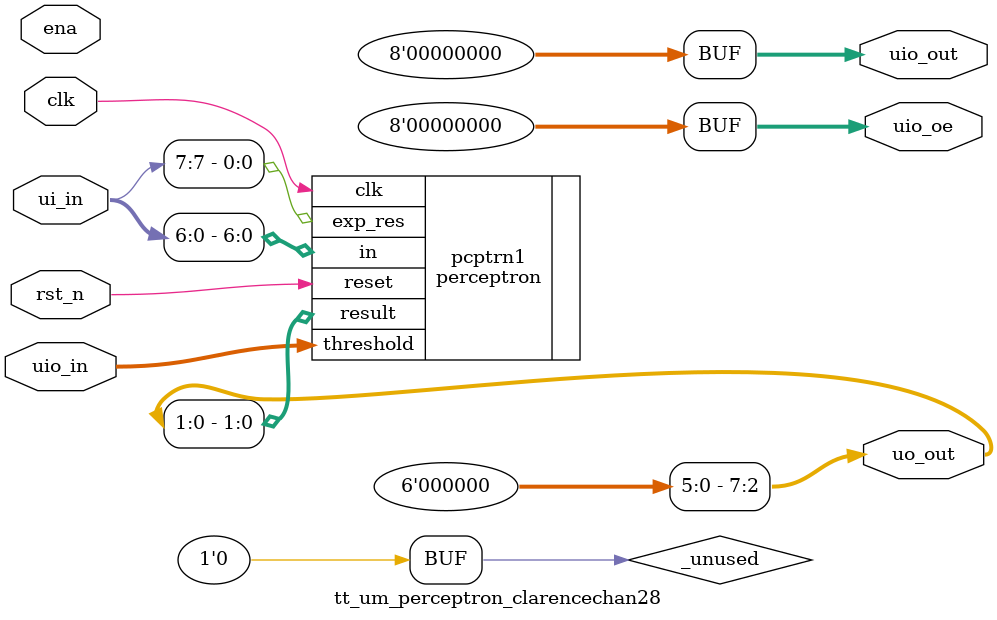
<source format=v>
/*
 * Copyright (c) 2024 Your Name
 * SPDX-License-Identifier: Apache-2.0
 */

`default_nettype none

module tt_um_perceptron_clarencechan28 (
    input  wire [7:0] ui_in,    // Dedicated inputs
    output wire [7:0] uo_out,   // Dedicated outputs
    input  wire [7:0] uio_in,   // IOs: Input path
    output wire [7:0] uio_out,  // IOs: Output path
    output wire [7:0] uio_oe,   // IOs: Enable path (active high: 0=input, 1=output)
    input  wire       ena,      // always 1 when the design is powered, so you can ignore it
    input  wire       clk,      // clock
    input  wire       rst_n     // reset_n - low to reset
);

  // All output pins must be assigned. If not used, assign to 0.
  assign uo_out[7:2] = 0;
  assign uio_out = 0;
  assign uio_oe  = 0;

  // List all unused inputs to prevent warnings
  wire _unused = &{ena, 1'b0};

  // instantiate perceptron network
  perceptron pcptrn1 (.in(ui_in[6:0]), .threshold(uio_in), .exp_res(ui_in[7]), .result(uo_out[1:0]), .clk(clk), .reset(rst_n));

endmodule

</source>
